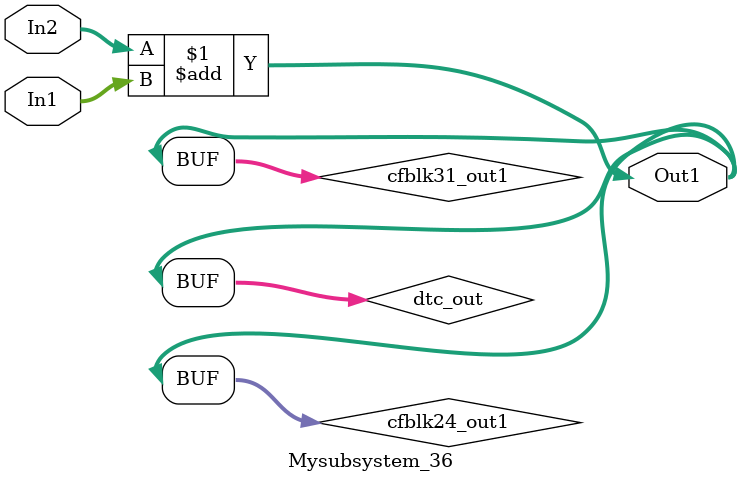
<source format=v>



`timescale 1 ns / 1 ns

module Mysubsystem_36
          (In1,
           In2,
           Out1);


  input   [7:0] In1;  // uint8
  input   [7:0] In2;  // uint8
  output  [7:0] Out1;  // uint8


  wire [7:0] cfblk24_out1;  // uint8
  wire [7:0] dtc_out;  // ufix8
  wire [7:0] cfblk31_out1;  // uint8


  assign cfblk24_out1 = In2 + In1;



  assign dtc_out = cfblk24_out1;



  assign cfblk31_out1 = dtc_out;



  assign Out1 = cfblk31_out1;

endmodule  // Mysubsystem_36


</source>
